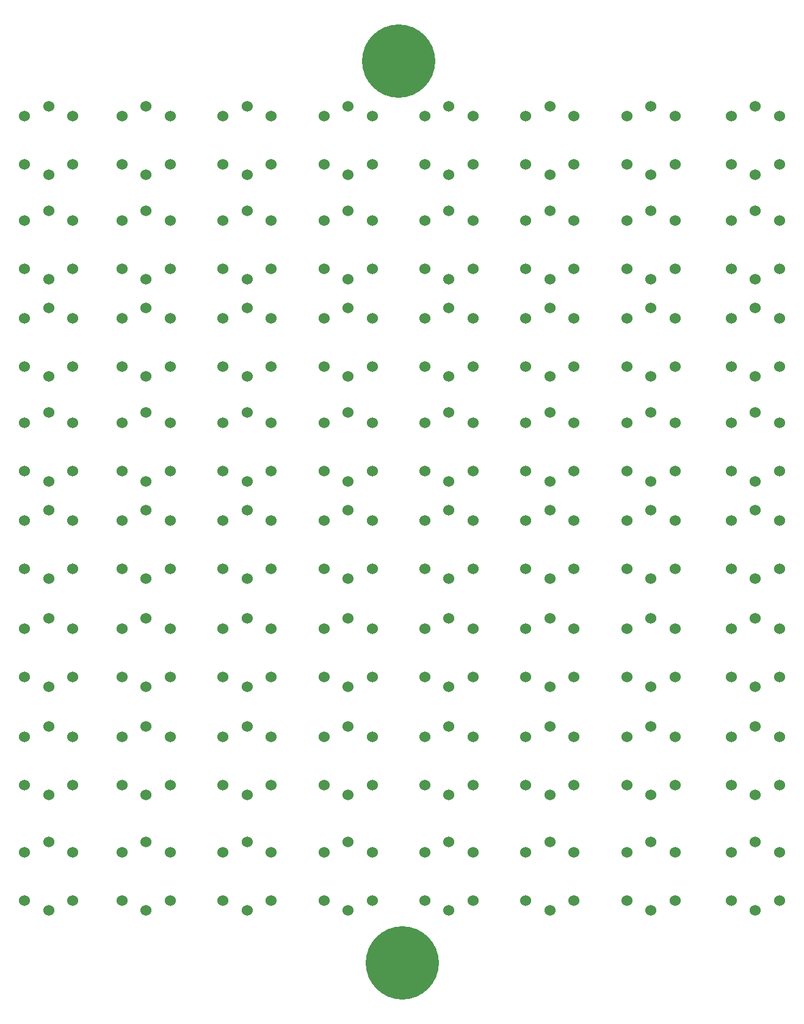
<source format=gbr>
%TF.GenerationSoftware,KiCad,Pcbnew,(5.99.0-10282-g296a9df530)*%
%TF.CreationDate,2021-08-12T07:58:26+00:00*%
%TF.ProjectId,sensorburner,73656e73-6f72-4627-9572-6e65722e6b69,rev?*%
%TF.SameCoordinates,Original*%
%TF.FileFunction,Soldermask,Top*%
%TF.FilePolarity,Negative*%
%FSLAX46Y46*%
G04 Gerber Fmt 4.6, Leading zero omitted, Abs format (unit mm)*
G04 Created by KiCad (PCBNEW (5.99.0-10282-g296a9df530)) date 2021-08-12 07:58:26*
%MOMM*%
%LPD*%
G01*
G04 APERTURE LIST*
%ADD10C,1.524000*%
%ADD11C,10.160000*%
G04 APERTURE END LIST*
D10*
%TO.C,U45*%
X64847720Y-85652280D03*
X61500000Y-84250200D03*
X58152280Y-85652280D03*
X58152280Y-92347720D03*
X61500000Y-93749800D03*
X64847720Y-92347720D03*
%TD*%
%TO.C,U24*%
X107347720Y-42652280D03*
X104000000Y-41250200D03*
X100652280Y-42652280D03*
X100652280Y-49347720D03*
X104000000Y-50749800D03*
X107347720Y-49347720D03*
%TD*%
%TO.C,U23*%
X92847720Y-42652280D03*
X89500000Y-41250200D03*
X86152280Y-42652280D03*
X86152280Y-49347720D03*
X89500000Y-50749800D03*
X92847720Y-49347720D03*
%TD*%
%TO.C,U20*%
X50847720Y-42652280D03*
X47500000Y-41250200D03*
X44152280Y-42652280D03*
X44152280Y-49347720D03*
X47500000Y-50749800D03*
X50847720Y-49347720D03*
%TD*%
%TO.C,U28*%
X50847720Y-57152280D03*
X47500000Y-55750200D03*
X44152280Y-57152280D03*
X44152280Y-63847720D03*
X47500000Y-65249800D03*
X50847720Y-63847720D03*
%TD*%
D11*
%TO.C,REF\u002A\u002A*%
X54500000Y-7000000D03*
%TD*%
D10*
%TO.C,U8*%
X107347720Y-14652280D03*
X104000000Y-13250200D03*
X100652280Y-14652280D03*
X100652280Y-21347720D03*
X104000000Y-22749800D03*
X107347720Y-21347720D03*
%TD*%
%TO.C,U16*%
X107347720Y-29152280D03*
X104000000Y-27750200D03*
X100652280Y-29152280D03*
X100652280Y-35847720D03*
X104000000Y-37249800D03*
X107347720Y-35847720D03*
%TD*%
%TO.C,U59*%
X36847720Y-116652280D03*
X33500000Y-115250200D03*
X30152280Y-116652280D03*
X30152280Y-123347720D03*
X33500000Y-124749800D03*
X36847720Y-123347720D03*
%TD*%
%TO.C,U7*%
X92847720Y-14652280D03*
X89500000Y-13250200D03*
X86152280Y-14652280D03*
X86152280Y-21347720D03*
X89500000Y-22749800D03*
X92847720Y-21347720D03*
%TD*%
%TO.C,U53*%
X64847720Y-100652280D03*
X61500000Y-99250200D03*
X58152280Y-100652280D03*
X58152280Y-107347720D03*
X61500000Y-108749800D03*
X64847720Y-107347720D03*
%TD*%
%TO.C,U51*%
X36847720Y-100652280D03*
X33500000Y-99250200D03*
X30152280Y-100652280D03*
X30152280Y-107347720D03*
X33500000Y-108749800D03*
X36847720Y-107347720D03*
%TD*%
%TO.C,U62*%
X78847720Y-116652280D03*
X75500000Y-115250200D03*
X72152280Y-116652280D03*
X72152280Y-123347720D03*
X75500000Y-124749800D03*
X78847720Y-123347720D03*
%TD*%
%TO.C,U6*%
X78847720Y-14652280D03*
X75500000Y-13250200D03*
X72152280Y-14652280D03*
X72152280Y-21347720D03*
X75500000Y-22749800D03*
X78847720Y-21347720D03*
%TD*%
%TO.C,U17*%
X9347720Y-42652280D03*
X6000000Y-41250200D03*
X2652280Y-42652280D03*
X2652280Y-49347720D03*
X6000000Y-50749800D03*
X9347720Y-49347720D03*
%TD*%
%TO.C,U22*%
X78847720Y-42652280D03*
X75500000Y-41250200D03*
X72152280Y-42652280D03*
X72152280Y-49347720D03*
X75500000Y-50749800D03*
X78847720Y-49347720D03*
%TD*%
%TO.C,U61*%
X64847720Y-116652280D03*
X61500000Y-115250200D03*
X58152280Y-116652280D03*
X58152280Y-123347720D03*
X61500000Y-124749800D03*
X64847720Y-123347720D03*
%TD*%
%TO.C,U25*%
X9347720Y-57152280D03*
X6000000Y-55750200D03*
X2652280Y-57152280D03*
X2652280Y-63847720D03*
X6000000Y-65249800D03*
X9347720Y-63847720D03*
%TD*%
%TO.C,U63*%
X92847720Y-116652280D03*
X89500000Y-115250200D03*
X86152280Y-116652280D03*
X86152280Y-123347720D03*
X89500000Y-124749800D03*
X92847720Y-123347720D03*
%TD*%
%TO.C,U43*%
X36847720Y-85652280D03*
X33500000Y-84250200D03*
X30152280Y-85652280D03*
X30152280Y-92347720D03*
X33500000Y-93749800D03*
X36847720Y-92347720D03*
%TD*%
%TO.C,U49*%
X9347720Y-100652280D03*
X6000000Y-99250200D03*
X2652280Y-100652280D03*
X2652280Y-107347720D03*
X6000000Y-108749800D03*
X9347720Y-107347720D03*
%TD*%
%TO.C,U14*%
X78847720Y-29152280D03*
X75500000Y-27750200D03*
X72152280Y-29152280D03*
X72152280Y-35847720D03*
X75500000Y-37249800D03*
X78847720Y-35847720D03*
%TD*%
%TO.C,U44*%
X50847720Y-85652280D03*
X47500000Y-84250200D03*
X44152280Y-85652280D03*
X44152280Y-92347720D03*
X47500000Y-93749800D03*
X50847720Y-92347720D03*
%TD*%
%TO.C,U48*%
X107347720Y-85652280D03*
X104000000Y-84250200D03*
X100652280Y-85652280D03*
X100652280Y-92347720D03*
X104000000Y-93749800D03*
X107347720Y-92347720D03*
%TD*%
%TO.C,U30*%
X78847720Y-57152280D03*
X75500000Y-55750200D03*
X72152280Y-57152280D03*
X72152280Y-63847720D03*
X75500000Y-65249800D03*
X78847720Y-63847720D03*
%TD*%
%TO.C,U11*%
X36847720Y-29152280D03*
X33500000Y-27750200D03*
X30152280Y-29152280D03*
X30152280Y-35847720D03*
X33500000Y-37249800D03*
X36847720Y-35847720D03*
%TD*%
%TO.C,U46*%
X78847720Y-85652280D03*
X75500000Y-84250200D03*
X72152280Y-85652280D03*
X72152280Y-92347720D03*
X75500000Y-93749800D03*
X78847720Y-92347720D03*
%TD*%
%TO.C,U39*%
X92847720Y-70652280D03*
X89500000Y-69250200D03*
X86152280Y-70652280D03*
X86152280Y-77347720D03*
X89500000Y-78749800D03*
X92847720Y-77347720D03*
%TD*%
%TO.C,U42*%
X22847720Y-85652280D03*
X19500000Y-84250200D03*
X16152280Y-85652280D03*
X16152280Y-92347720D03*
X19500000Y-93749800D03*
X22847720Y-92347720D03*
%TD*%
%TO.C,U38*%
X78847720Y-70652280D03*
X75500000Y-69250200D03*
X72152280Y-70652280D03*
X72152280Y-77347720D03*
X75500000Y-78749800D03*
X78847720Y-77347720D03*
%TD*%
%TO.C,U58*%
X22847720Y-116652280D03*
X19500000Y-115250200D03*
X16152280Y-116652280D03*
X16152280Y-123347720D03*
X19500000Y-124749800D03*
X22847720Y-123347720D03*
%TD*%
%TO.C,U5*%
X64847720Y-14652280D03*
X61500000Y-13250200D03*
X58152280Y-14652280D03*
X58152280Y-21347720D03*
X61500000Y-22749800D03*
X64847720Y-21347720D03*
%TD*%
%TO.C,U50*%
X22847720Y-100652280D03*
X19500000Y-99250200D03*
X16152280Y-100652280D03*
X16152280Y-107347720D03*
X19500000Y-108749800D03*
X22847720Y-107347720D03*
%TD*%
%TO.C,U19*%
X36847720Y-42652280D03*
X33500000Y-41250200D03*
X30152280Y-42652280D03*
X30152280Y-49347720D03*
X33500000Y-50749800D03*
X36847720Y-49347720D03*
%TD*%
%TO.C,U21*%
X64847720Y-42652280D03*
X61500000Y-41250200D03*
X58152280Y-42652280D03*
X58152280Y-49347720D03*
X61500000Y-50749800D03*
X64847720Y-49347720D03*
%TD*%
%TO.C,U56*%
X107347720Y-100652280D03*
X104000000Y-99250200D03*
X100652280Y-100652280D03*
X100652280Y-107347720D03*
X104000000Y-108749800D03*
X107347720Y-107347720D03*
%TD*%
%TO.C,U35*%
X36847720Y-70652280D03*
X33500000Y-69250200D03*
X30152280Y-70652280D03*
X30152280Y-77347720D03*
X33500000Y-78749800D03*
X36847720Y-77347720D03*
%TD*%
%TO.C,U9*%
X9347720Y-29152280D03*
X6000000Y-27750200D03*
X2652280Y-29152280D03*
X2652280Y-35847720D03*
X6000000Y-37249800D03*
X9347720Y-35847720D03*
%TD*%
%TO.C,U57*%
X9347720Y-116652280D03*
X6000000Y-115250200D03*
X2652280Y-116652280D03*
X2652280Y-123347720D03*
X6000000Y-124749800D03*
X9347720Y-123347720D03*
%TD*%
%TO.C,U15*%
X92847720Y-29152280D03*
X89500000Y-27750200D03*
X86152280Y-29152280D03*
X86152280Y-35847720D03*
X89500000Y-37249800D03*
X92847720Y-35847720D03*
%TD*%
%TO.C,U54*%
X78847720Y-100652280D03*
X75500000Y-99250200D03*
X72152280Y-100652280D03*
X72152280Y-107347720D03*
X75500000Y-108749800D03*
X78847720Y-107347720D03*
%TD*%
%TO.C,U13*%
X64847720Y-29152280D03*
X61500000Y-27750200D03*
X58152280Y-29152280D03*
X58152280Y-35847720D03*
X61500000Y-37249800D03*
X64847720Y-35847720D03*
%TD*%
%TO.C,U52*%
X50847720Y-100652280D03*
X47500000Y-99250200D03*
X44152280Y-100652280D03*
X44152280Y-107347720D03*
X47500000Y-108749800D03*
X50847720Y-107347720D03*
%TD*%
%TO.C,U27*%
X36847720Y-57152280D03*
X33500000Y-55750200D03*
X30152280Y-57152280D03*
X30152280Y-63847720D03*
X33500000Y-65249800D03*
X36847720Y-63847720D03*
%TD*%
%TO.C,U55*%
X92847720Y-100652280D03*
X89500000Y-99250200D03*
X86152280Y-100652280D03*
X86152280Y-107347720D03*
X89500000Y-108749800D03*
X92847720Y-107347720D03*
%TD*%
%TO.C,U2*%
X22847720Y-14652280D03*
X19500000Y-13250200D03*
X16152280Y-14652280D03*
X16152280Y-21347720D03*
X19500000Y-22749800D03*
X22847720Y-21347720D03*
%TD*%
%TO.C,U33*%
X9347720Y-70652280D03*
X6000000Y-69250200D03*
X2652280Y-70652280D03*
X2652280Y-77347720D03*
X6000000Y-78749800D03*
X9347720Y-77347720D03*
%TD*%
%TO.C,U36*%
X50847720Y-70652280D03*
X47500000Y-69250200D03*
X44152280Y-70652280D03*
X44152280Y-77347720D03*
X47500000Y-78749800D03*
X50847720Y-77347720D03*
%TD*%
%TO.C,U40*%
X107347720Y-70652280D03*
X104000000Y-69250200D03*
X100652280Y-70652280D03*
X100652280Y-77347720D03*
X104000000Y-78749800D03*
X107347720Y-77347720D03*
%TD*%
%TO.C,U34*%
X22847720Y-70652280D03*
X19500000Y-69250200D03*
X16152280Y-70652280D03*
X16152280Y-77347720D03*
X19500000Y-78749800D03*
X22847720Y-77347720D03*
%TD*%
%TO.C,U41*%
X9347720Y-85652280D03*
X6000000Y-84250200D03*
X2652280Y-85652280D03*
X2652280Y-92347720D03*
X6000000Y-93749800D03*
X9347720Y-92347720D03*
%TD*%
%TO.C,U37*%
X64847720Y-70652280D03*
X61500000Y-69250200D03*
X58152280Y-70652280D03*
X58152280Y-77347720D03*
X61500000Y-78749800D03*
X64847720Y-77347720D03*
%TD*%
%TO.C,U31*%
X92847720Y-57152280D03*
X89500000Y-55750200D03*
X86152280Y-57152280D03*
X86152280Y-63847720D03*
X89500000Y-65249800D03*
X92847720Y-63847720D03*
%TD*%
%TO.C,U64*%
X107347720Y-116652280D03*
X104000000Y-115250200D03*
X100652280Y-116652280D03*
X100652280Y-123347720D03*
X104000000Y-124749800D03*
X107347720Y-123347720D03*
%TD*%
%TO.C,U4*%
X50847720Y-14652280D03*
X47500000Y-13250200D03*
X44152280Y-14652280D03*
X44152280Y-21347720D03*
X47500000Y-22749800D03*
X50847720Y-21347720D03*
%TD*%
%TO.C,U1*%
X9347720Y-14652280D03*
X6000000Y-13250200D03*
X2652280Y-14652280D03*
X2652280Y-21347720D03*
X6000000Y-22749800D03*
X9347720Y-21347720D03*
%TD*%
%TO.C,U29*%
X64847720Y-57152280D03*
X61500000Y-55750200D03*
X58152280Y-57152280D03*
X58152280Y-63847720D03*
X61500000Y-65249800D03*
X64847720Y-63847720D03*
%TD*%
%TO.C,U26*%
X22847720Y-57152280D03*
X19500000Y-55750200D03*
X16152280Y-57152280D03*
X16152280Y-63847720D03*
X19500000Y-65249800D03*
X22847720Y-63847720D03*
%TD*%
%TO.C,U10*%
X22847720Y-29152280D03*
X19500000Y-27750200D03*
X16152280Y-29152280D03*
X16152280Y-35847720D03*
X19500000Y-37249800D03*
X22847720Y-35847720D03*
%TD*%
%TO.C,U60*%
X50847720Y-116652280D03*
X47500000Y-115250200D03*
X44152280Y-116652280D03*
X44152280Y-123347720D03*
X47500000Y-124749800D03*
X50847720Y-123347720D03*
%TD*%
%TO.C,U12*%
X50847720Y-29152280D03*
X47500000Y-27750200D03*
X44152280Y-29152280D03*
X44152280Y-35847720D03*
X47500000Y-37249800D03*
X50847720Y-35847720D03*
%TD*%
%TO.C,U3*%
X36847720Y-14652280D03*
X33500000Y-13250200D03*
X30152280Y-14652280D03*
X30152280Y-21347720D03*
X33500000Y-22749800D03*
X36847720Y-21347720D03*
%TD*%
%TO.C,U32*%
X107347720Y-57152280D03*
X104000000Y-55750200D03*
X100652280Y-57152280D03*
X100652280Y-63847720D03*
X104000000Y-65249800D03*
X107347720Y-63847720D03*
%TD*%
D11*
%TO.C,REF\u002A\u002A*%
X55000000Y-132000000D03*
%TD*%
D10*
%TO.C,U47*%
X92847720Y-85652280D03*
X89500000Y-84250200D03*
X86152280Y-85652280D03*
X86152280Y-92347720D03*
X89500000Y-93749800D03*
X92847720Y-92347720D03*
%TD*%
%TO.C,U18*%
X22847720Y-42652280D03*
X19500000Y-41250200D03*
X16152280Y-42652280D03*
X16152280Y-49347720D03*
X19500000Y-50749800D03*
X22847720Y-49347720D03*
%TD*%
M02*

</source>
